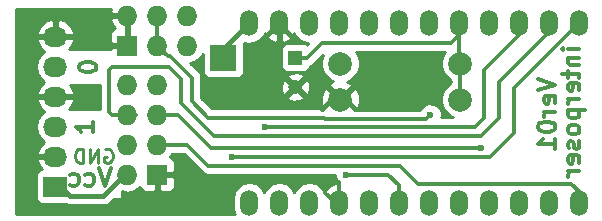
<source format=gbl>
G04 #@! TF.FileFunction,Copper,L2,Bot,Signal*
%FSLAX46Y46*%
G04 Gerber Fmt 4.6, Leading zero omitted, Abs format (unit mm)*
G04 Created by KiCad (PCBNEW 4.0.2-4+6225~38~ubuntu14.04.1-stable) date lør 20 feb 2016 18:40:53 CET*
%MOMM*%
G01*
G04 APERTURE LIST*
%ADD10C,0.100000*%
%ADD11C,0.300000*%
%ADD12C,0.250000*%
%ADD13O,1.501140X2.199640*%
%ADD14O,1.727200X1.727200*%
%ADD15R,1.727200X1.727200*%
%ADD16R,2.032000X1.727200*%
%ADD17O,2.032000X1.727200*%
%ADD18R,1.200000X1.200000*%
%ADD19C,1.200000*%
%ADD20C,1.998980*%
%ADD21R,2.235200X2.235200*%
%ADD22C,0.600000*%
%ADD23C,0.400000*%
%ADD24C,0.254000*%
G04 APERTURE END LIST*
D10*
D11*
X219904571Y-122440287D02*
X221404571Y-122940287D01*
X219904571Y-123440287D01*
X221333143Y-124511715D02*
X221404571Y-124368858D01*
X221404571Y-124083144D01*
X221333143Y-123940287D01*
X221190286Y-123868858D01*
X220618857Y-123868858D01*
X220476000Y-123940287D01*
X220404571Y-124083144D01*
X220404571Y-124368858D01*
X220476000Y-124511715D01*
X220618857Y-124583144D01*
X220761714Y-124583144D01*
X220904571Y-123868858D01*
X221404571Y-125226001D02*
X220404571Y-125226001D01*
X220690286Y-125226001D02*
X220547429Y-125297429D01*
X220476000Y-125368858D01*
X220404571Y-125511715D01*
X220404571Y-125654572D01*
X219904571Y-126440286D02*
X219904571Y-126583143D01*
X219976000Y-126726000D01*
X220047429Y-126797429D01*
X220190286Y-126868858D01*
X220476000Y-126940286D01*
X220833143Y-126940286D01*
X221118857Y-126868858D01*
X221261714Y-126797429D01*
X221333143Y-126726000D01*
X221404571Y-126583143D01*
X221404571Y-126440286D01*
X221333143Y-126297429D01*
X221261714Y-126226000D01*
X221118857Y-126154572D01*
X220833143Y-126083143D01*
X220476000Y-126083143D01*
X220190286Y-126154572D01*
X220047429Y-126226000D01*
X219976000Y-126297429D01*
X219904571Y-126440286D01*
X221404571Y-128368857D02*
X221404571Y-127511714D01*
X221404571Y-127940286D02*
X219904571Y-127940286D01*
X220118857Y-127797429D01*
X220261714Y-127654571D01*
X220333143Y-127511714D01*
X223436571Y-119936286D02*
X222436571Y-119936286D01*
X221936571Y-119936286D02*
X222008000Y-119864857D01*
X222079429Y-119936286D01*
X222008000Y-120007714D01*
X221936571Y-119936286D01*
X222079429Y-119936286D01*
X222436571Y-120650572D02*
X223436571Y-120650572D01*
X222579429Y-120650572D02*
X222508000Y-120722000D01*
X222436571Y-120864858D01*
X222436571Y-121079143D01*
X222508000Y-121222000D01*
X222650857Y-121293429D01*
X223436571Y-121293429D01*
X222436571Y-121793429D02*
X222436571Y-122364858D01*
X221936571Y-122007715D02*
X223222286Y-122007715D01*
X223365143Y-122079143D01*
X223436571Y-122222001D01*
X223436571Y-122364858D01*
X223365143Y-123436286D02*
X223436571Y-123293429D01*
X223436571Y-123007715D01*
X223365143Y-122864858D01*
X223222286Y-122793429D01*
X222650857Y-122793429D01*
X222508000Y-122864858D01*
X222436571Y-123007715D01*
X222436571Y-123293429D01*
X222508000Y-123436286D01*
X222650857Y-123507715D01*
X222793714Y-123507715D01*
X222936571Y-122793429D01*
X223436571Y-124150572D02*
X222436571Y-124150572D01*
X222722286Y-124150572D02*
X222579429Y-124222000D01*
X222508000Y-124293429D01*
X222436571Y-124436286D01*
X222436571Y-124579143D01*
X222436571Y-125079143D02*
X223936571Y-125079143D01*
X222508000Y-125079143D02*
X222436571Y-125222000D01*
X222436571Y-125507714D01*
X222508000Y-125650571D01*
X222579429Y-125722000D01*
X222722286Y-125793429D01*
X223150857Y-125793429D01*
X223293714Y-125722000D01*
X223365143Y-125650571D01*
X223436571Y-125507714D01*
X223436571Y-125222000D01*
X223365143Y-125079143D01*
X223436571Y-126650572D02*
X223365143Y-126507714D01*
X223293714Y-126436286D01*
X223150857Y-126364857D01*
X222722286Y-126364857D01*
X222579429Y-126436286D01*
X222508000Y-126507714D01*
X222436571Y-126650572D01*
X222436571Y-126864857D01*
X222508000Y-127007714D01*
X222579429Y-127079143D01*
X222722286Y-127150572D01*
X223150857Y-127150572D01*
X223293714Y-127079143D01*
X223365143Y-127007714D01*
X223436571Y-126864857D01*
X223436571Y-126650572D01*
X223365143Y-127722000D02*
X223436571Y-127864857D01*
X223436571Y-128150572D01*
X223365143Y-128293429D01*
X223222286Y-128364857D01*
X223150857Y-128364857D01*
X223008000Y-128293429D01*
X222936571Y-128150572D01*
X222936571Y-127936286D01*
X222865143Y-127793429D01*
X222722286Y-127722000D01*
X222650857Y-127722000D01*
X222508000Y-127793429D01*
X222436571Y-127936286D01*
X222436571Y-128150572D01*
X222508000Y-128293429D01*
X223365143Y-129579143D02*
X223436571Y-129436286D01*
X223436571Y-129150572D01*
X223365143Y-129007715D01*
X223222286Y-128936286D01*
X222650857Y-128936286D01*
X222508000Y-129007715D01*
X222436571Y-129150572D01*
X222436571Y-129436286D01*
X222508000Y-129579143D01*
X222650857Y-129650572D01*
X222793714Y-129650572D01*
X222936571Y-128936286D01*
X223436571Y-130293429D02*
X222436571Y-130293429D01*
X222722286Y-130293429D02*
X222579429Y-130364857D01*
X222508000Y-130436286D01*
X222436571Y-130579143D01*
X222436571Y-130722000D01*
X182288571Y-126111143D02*
X182288571Y-126968286D01*
X182288571Y-126539714D02*
X180788571Y-126539714D01*
X181002857Y-126682571D01*
X181145714Y-126825429D01*
X181217143Y-126968286D01*
X181042571Y-121531143D02*
X181042571Y-121388286D01*
X181114000Y-121245429D01*
X181185429Y-121174000D01*
X181328286Y-121102571D01*
X181614000Y-121031143D01*
X181971143Y-121031143D01*
X182256857Y-121102571D01*
X182399714Y-121174000D01*
X182471143Y-121245429D01*
X182542571Y-121388286D01*
X182542571Y-121531143D01*
X182471143Y-121674000D01*
X182399714Y-121745429D01*
X182256857Y-121816857D01*
X181971143Y-121888286D01*
X181614000Y-121888286D01*
X181328286Y-121816857D01*
X181185429Y-121745429D01*
X181114000Y-121674000D01*
X181042571Y-121531143D01*
D12*
X183235714Y-128432000D02*
X183350000Y-128374857D01*
X183521429Y-128374857D01*
X183692857Y-128432000D01*
X183807143Y-128546286D01*
X183864286Y-128660571D01*
X183921429Y-128889143D01*
X183921429Y-129060571D01*
X183864286Y-129289143D01*
X183807143Y-129403429D01*
X183692857Y-129517714D01*
X183521429Y-129574857D01*
X183407143Y-129574857D01*
X183235714Y-129517714D01*
X183178571Y-129460571D01*
X183178571Y-129060571D01*
X183407143Y-129060571D01*
X182664286Y-129574857D02*
X182664286Y-128374857D01*
X181978571Y-129574857D01*
X181978571Y-128374857D01*
X181407143Y-129574857D02*
X181407143Y-128374857D01*
X181121428Y-128374857D01*
X180950000Y-128432000D01*
X180835714Y-128546286D01*
X180778571Y-128660571D01*
X180721428Y-128889143D01*
X180721428Y-129060571D01*
X180778571Y-129289143D01*
X180835714Y-129403429D01*
X180950000Y-129517714D01*
X181121428Y-129574857D01*
X181407143Y-129574857D01*
D11*
X183753143Y-129988571D02*
X183253143Y-131488571D01*
X182753143Y-129988571D01*
X181610286Y-131417143D02*
X181753143Y-131488571D01*
X182038857Y-131488571D01*
X182181715Y-131417143D01*
X182253143Y-131345714D01*
X182324572Y-131202857D01*
X182324572Y-130774286D01*
X182253143Y-130631429D01*
X182181715Y-130560000D01*
X182038857Y-130488571D01*
X181753143Y-130488571D01*
X181610286Y-130560000D01*
X180324572Y-131417143D02*
X180467429Y-131488571D01*
X180753143Y-131488571D01*
X180896001Y-131417143D01*
X180967429Y-131345714D01*
X181038858Y-131202857D01*
X181038858Y-130774286D01*
X180967429Y-130631429D01*
X180896001Y-130560000D01*
X180753143Y-130488571D01*
X180467429Y-130488571D01*
X180324572Y-130560000D01*
D13*
X195491100Y-132943600D03*
X198031100Y-132943600D03*
X200571100Y-132943600D03*
X203111100Y-132943600D03*
X205651100Y-132943600D03*
X208191100Y-132943600D03*
X210731100Y-132943600D03*
X213271100Y-132943600D03*
X215811100Y-132943600D03*
X218351100Y-132943600D03*
X220891100Y-132943600D03*
X223431100Y-132943600D03*
X223431100Y-117703600D03*
X220891100Y-117703600D03*
X218351100Y-117703600D03*
X215811100Y-117703600D03*
X213271100Y-117703600D03*
X210731100Y-117703600D03*
X208191100Y-117703600D03*
X205651100Y-117703600D03*
X203111100Y-117703600D03*
X200571100Y-117703600D03*
X198031100Y-117703600D03*
X195491100Y-117703600D03*
D14*
X187706000Y-122936000D03*
X185166000Y-122936000D03*
X187706000Y-125476000D03*
X185166000Y-125476000D03*
X187706000Y-128016000D03*
X185166000Y-128016000D03*
D15*
X187706000Y-130556000D03*
D14*
X185166000Y-130556000D03*
D16*
X179070000Y-131572000D03*
D17*
X179070000Y-129032000D03*
X179070000Y-126492000D03*
X179070000Y-123952000D03*
X179070000Y-121412000D03*
X179070000Y-118872000D03*
D18*
X199390000Y-120650000D03*
D19*
X199390000Y-123150000D03*
D20*
X213360000Y-124206000D03*
X203200000Y-124206000D03*
X203200000Y-121158000D03*
X213360000Y-121158000D03*
D15*
X185166000Y-119634000D03*
D14*
X185166000Y-117094000D03*
X187706000Y-119634000D03*
X187706000Y-117094000D03*
X190246000Y-119634000D03*
X190246000Y-117094000D03*
D21*
X193294000Y-120650000D03*
D22*
X203708000Y-130556000D03*
X194056000Y-129032000D03*
X196850000Y-126492000D03*
X215138000Y-128270000D03*
X210820000Y-125476000D03*
D23*
X193294000Y-120650000D02*
X193294000Y-119900700D01*
X193294000Y-119900700D02*
X195491100Y-117703600D01*
D11*
X195491100Y-117703600D02*
X195491100Y-118452900D01*
X195580000Y-117792500D02*
X195491100Y-117703600D01*
D23*
X203200000Y-124206000D02*
X202438000Y-124206000D01*
X202438000Y-124206000D02*
X201676000Y-124968000D01*
X203200000Y-124206000D02*
X203708000Y-124206000D01*
X203708000Y-124206000D02*
X204470000Y-124968000D01*
X198031100Y-117703600D02*
X198031100Y-117767100D01*
X198031100Y-117767100D02*
X199136000Y-118872000D01*
X198031100Y-117703600D02*
X198018400Y-117703600D01*
X198018400Y-117703600D02*
X196850000Y-118872000D01*
D11*
X203111100Y-132943600D02*
X202793600Y-132943600D01*
X202793600Y-132943600D02*
X201930000Y-132080000D01*
X203111100Y-132943600D02*
X203111100Y-131229100D01*
X203111100Y-131229100D02*
X202946000Y-131064000D01*
X203111100Y-132943600D02*
X203047600Y-132943600D01*
X203111100Y-132943600D02*
X203111100Y-131991100D01*
X179070000Y-123952000D02*
X179832000Y-123952000D01*
D23*
X179070000Y-131572000D02*
X179578000Y-131572000D01*
X179578000Y-131572000D02*
X180340000Y-132334000D01*
X183134000Y-132334000D02*
X184912000Y-130556000D01*
X180340000Y-132334000D02*
X183134000Y-132334000D01*
X184912000Y-130556000D02*
X185166000Y-130556000D01*
D11*
X203111100Y-120561100D02*
X203200000Y-120650000D01*
X213271100Y-117703600D02*
X213271100Y-121069100D01*
X213271100Y-121069100D02*
X213360000Y-121158000D01*
X213271100Y-121069100D02*
X213360000Y-121158000D01*
X213360000Y-121158000D02*
X213360000Y-124714000D01*
X213360000Y-117792500D02*
X213271100Y-117703600D01*
X199390000Y-120650000D02*
X200406000Y-120650000D01*
X212598000Y-119380000D02*
X213271100Y-118706900D01*
X201676000Y-119380000D02*
X212598000Y-119380000D01*
X200406000Y-120650000D02*
X201676000Y-119380000D01*
X213271100Y-118706900D02*
X213271100Y-117703600D01*
X213360000Y-117792500D02*
X213271100Y-117703600D01*
X213360000Y-117792500D02*
X213271100Y-117703600D01*
X203708000Y-130556000D02*
X207264000Y-130556000D01*
X207264000Y-130556000D02*
X208191100Y-131483100D01*
X208191100Y-131483100D02*
X208191100Y-132943600D01*
X207772000Y-129794000D02*
X208280000Y-129794000D01*
X209804000Y-131318000D02*
X222758000Y-131318000D01*
X208280000Y-129794000D02*
X209804000Y-131318000D01*
X188468000Y-128016000D02*
X190246000Y-128016000D01*
X190246000Y-128016000D02*
X190754000Y-128524000D01*
X190754000Y-128524000D02*
X192024000Y-129794000D01*
X222758000Y-131318000D02*
X223431100Y-131991100D01*
X192024000Y-129794000D02*
X207772000Y-129794000D01*
X223431100Y-131991100D02*
X223431100Y-132943600D01*
X214376000Y-129032000D02*
X215900000Y-129032000D01*
X217932000Y-123202700D02*
X223431100Y-117703600D01*
X217932000Y-127000000D02*
X217932000Y-123202700D01*
X215900000Y-129032000D02*
X217932000Y-127000000D01*
X214376000Y-129032000D02*
X194056000Y-129032000D01*
X223266000Y-117868700D02*
X223431100Y-117703600D01*
X223266000Y-117868700D02*
X223431100Y-117703600D01*
X220891100Y-117703600D02*
X220891100Y-118452900D01*
X220891100Y-118452900D02*
X216662000Y-122682000D01*
X213360000Y-127254000D02*
X215138000Y-127254000D01*
X216662000Y-125730000D02*
X216662000Y-122682000D01*
X215138000Y-127254000D02*
X216662000Y-125730000D01*
X183642000Y-122428000D02*
X183642000Y-121666000D01*
X188214000Y-121412000D02*
X188722000Y-121412000D01*
X191008000Y-125730000D02*
X192532000Y-127254000D01*
X192532000Y-127254000D02*
X213360000Y-127254000D01*
X188214000Y-121412000D02*
X185674000Y-121412000D01*
X189738000Y-123698000D02*
X189738000Y-124460000D01*
X189738000Y-124460000D02*
X191008000Y-125730000D01*
X183896000Y-121412000D02*
X183642000Y-121666000D01*
X185674000Y-121412000D02*
X183896000Y-121412000D01*
X188722000Y-121412000D02*
X189738000Y-122428000D01*
X189738000Y-122428000D02*
X189738000Y-123698000D01*
X183642000Y-122428000D02*
X183642000Y-124206000D01*
X183642000Y-124460000D02*
X183642000Y-125222000D01*
X183642000Y-124460000D02*
X183642000Y-124206000D01*
X183642000Y-125222000D02*
X183896000Y-125476000D01*
X183896000Y-125476000D02*
X185928000Y-125476000D01*
X215392000Y-122428000D02*
X215392000Y-121666000D01*
X215392000Y-121666000D02*
X217932000Y-119126000D01*
X214376000Y-126492000D02*
X214630000Y-126492000D01*
X217932000Y-119126000D02*
X218351100Y-118706900D01*
X215392000Y-125730000D02*
X215392000Y-122428000D01*
X214630000Y-126492000D02*
X215392000Y-125730000D01*
X218351100Y-118706900D02*
X218351100Y-117703600D01*
X196850000Y-126492000D02*
X214376000Y-126492000D01*
X218440000Y-117792500D02*
X218351100Y-117703600D01*
X188468000Y-125476000D02*
X189484000Y-125476000D01*
X189484000Y-125476000D02*
X189992000Y-125984000D01*
X189992000Y-125984000D02*
X192278000Y-128270000D01*
X192278000Y-128270000D02*
X215138000Y-128270000D01*
X215900000Y-117792500D02*
X215811100Y-117703600D01*
X201676000Y-125730000D02*
X201768002Y-125730000D01*
X210404002Y-125891998D02*
X210820000Y-125476000D01*
X201930000Y-125891998D02*
X210404002Y-125891998D01*
X201768002Y-125730000D02*
X201930000Y-125891998D01*
X187706000Y-117094000D02*
X187706000Y-119634000D01*
X187706000Y-119634000D02*
X188602620Y-120530620D01*
X188602620Y-120530620D02*
X188790580Y-120530620D01*
X188790580Y-120530620D02*
X190642240Y-122382280D01*
X190642240Y-122382280D02*
X190642240Y-124368560D01*
X190642240Y-124368560D02*
X192003680Y-125730000D01*
X192003680Y-125730000D02*
X201676000Y-125730000D01*
X201676000Y-125730000D02*
X201587100Y-125730000D01*
D24*
G36*
X183711032Y-116734973D02*
X183831531Y-116967000D01*
X185039000Y-116967000D01*
X185039000Y-116947000D01*
X185293000Y-116947000D01*
X185293000Y-116967000D01*
X185313000Y-116967000D01*
X185313000Y-117221000D01*
X185293000Y-117221000D01*
X185293000Y-119507000D01*
X185313000Y-119507000D01*
X185313000Y-119761000D01*
X185293000Y-119761000D01*
X185293000Y-119781000D01*
X185039000Y-119781000D01*
X185039000Y-119761000D01*
X183826150Y-119761000D01*
X183667400Y-119919750D01*
X183667400Y-119960429D01*
X180212113Y-119960429D01*
X180420732Y-119774036D01*
X180674709Y-119246791D01*
X180677358Y-119231026D01*
X180556217Y-118999000D01*
X179197000Y-118999000D01*
X179197000Y-119019000D01*
X178943000Y-119019000D01*
X178943000Y-118999000D01*
X177583783Y-118999000D01*
X177462642Y-119231026D01*
X177465291Y-119246791D01*
X177719268Y-119774036D01*
X178135069Y-120145539D01*
X177825585Y-120352330D01*
X177500729Y-120838511D01*
X177386655Y-121412000D01*
X177500729Y-121985489D01*
X177825585Y-122471670D01*
X178135069Y-122678461D01*
X177719268Y-123049964D01*
X177465291Y-123577209D01*
X177462642Y-123592974D01*
X177583783Y-123825000D01*
X178943000Y-123825000D01*
X178943000Y-123805000D01*
X179197000Y-123805000D01*
X179197000Y-123825000D01*
X180556217Y-123825000D01*
X180677358Y-123592974D01*
X180674709Y-123577209D01*
X180420732Y-123049964D01*
X180318921Y-122959000D01*
X182857000Y-122959000D01*
X182857000Y-125040429D01*
X180212113Y-125040429D01*
X180420732Y-124854036D01*
X180674709Y-124326791D01*
X180677358Y-124311026D01*
X180556217Y-124079000D01*
X179197000Y-124079000D01*
X179197000Y-124099000D01*
X178943000Y-124099000D01*
X178943000Y-124079000D01*
X177583783Y-124079000D01*
X177462642Y-124311026D01*
X177465291Y-124326791D01*
X177719268Y-124854036D01*
X178135069Y-125225539D01*
X177825585Y-125432330D01*
X177500729Y-125918511D01*
X177386655Y-126492000D01*
X177500729Y-127065489D01*
X177825585Y-127551670D01*
X178135069Y-127758461D01*
X177719268Y-128129964D01*
X177465291Y-128657209D01*
X177462642Y-128672974D01*
X177583783Y-128905000D01*
X178943000Y-128905000D01*
X178943000Y-128885000D01*
X179197000Y-128885000D01*
X179197000Y-128905000D01*
X179217000Y-128905000D01*
X179217000Y-129159000D01*
X179197000Y-129159000D01*
X179197000Y-129179000D01*
X178943000Y-129179000D01*
X178943000Y-129159000D01*
X177583783Y-129159000D01*
X177462642Y-129391026D01*
X177465291Y-129406791D01*
X177719268Y-129934036D01*
X177894845Y-130090907D01*
X177818683Y-130105238D01*
X177602559Y-130244310D01*
X177457569Y-130456510D01*
X177406560Y-130708400D01*
X177406560Y-132435600D01*
X177450838Y-132670917D01*
X177589910Y-132887041D01*
X177802110Y-133032031D01*
X178054000Y-133083040D01*
X179986936Y-133083040D01*
X180020460Y-133105440D01*
X180340000Y-133169000D01*
X183134000Y-133169000D01*
X183453541Y-133105439D01*
X183724434Y-132924434D01*
X184003868Y-132645000D01*
X184681000Y-132645000D01*
X184681000Y-131987487D01*
X185166000Y-132083959D01*
X185739489Y-131969885D01*
X186225670Y-131645029D01*
X186239737Y-131623977D01*
X186304073Y-131779298D01*
X186482701Y-131957927D01*
X186716090Y-132054600D01*
X187420250Y-132054600D01*
X187579000Y-131895850D01*
X187579000Y-130683000D01*
X187833000Y-130683000D01*
X187833000Y-131895850D01*
X187991750Y-132054600D01*
X188695910Y-132054600D01*
X188929299Y-131957927D01*
X189107927Y-131779298D01*
X189204600Y-131545909D01*
X189204600Y-130841750D01*
X189045850Y-130683000D01*
X187833000Y-130683000D01*
X187579000Y-130683000D01*
X187559000Y-130683000D01*
X187559000Y-130429000D01*
X187579000Y-130429000D01*
X187579000Y-130409000D01*
X187833000Y-130409000D01*
X187833000Y-130429000D01*
X189045850Y-130429000D01*
X189204600Y-130270250D01*
X189204600Y-129566091D01*
X189107927Y-129332702D01*
X188929299Y-129154073D01*
X188775474Y-129090356D01*
X188968816Y-128801000D01*
X189920842Y-128801000D01*
X190198919Y-129079076D01*
X190198921Y-129079079D01*
X191468921Y-130349079D01*
X191723593Y-130519245D01*
X192024000Y-130579000D01*
X202772979Y-130579000D01*
X202772838Y-130741167D01*
X202914883Y-131084943D01*
X203038504Y-131208780D01*
X202984098Y-131208780D01*
X202984098Y-131374120D01*
X202769825Y-131251467D01*
X202698197Y-131265650D01*
X202221156Y-131524802D01*
X201879601Y-131946783D01*
X201852701Y-132037672D01*
X201851200Y-132030128D01*
X201550846Y-131580617D01*
X201101335Y-131280263D01*
X200571100Y-131174793D01*
X200040865Y-131280263D01*
X199591354Y-131580617D01*
X199301100Y-132015012D01*
X199010846Y-131580617D01*
X198561335Y-131280263D01*
X198031100Y-131174793D01*
X197500865Y-131280263D01*
X197051354Y-131580617D01*
X196761100Y-132015012D01*
X196470846Y-131580617D01*
X196021335Y-131280263D01*
X195491100Y-131174793D01*
X194960865Y-131280263D01*
X194511354Y-131580617D01*
X194211000Y-132030128D01*
X194105530Y-132560363D01*
X194105530Y-133326837D01*
X194211000Y-133857072D01*
X194246365Y-133910000D01*
X175716000Y-133910000D01*
X175716000Y-118512974D01*
X177462642Y-118512974D01*
X177583783Y-118745000D01*
X178943000Y-118745000D01*
X178943000Y-117531076D01*
X179197000Y-117531076D01*
X179197000Y-118745000D01*
X180556217Y-118745000D01*
X180608901Y-118644091D01*
X183667400Y-118644091D01*
X183667400Y-119348250D01*
X183826150Y-119507000D01*
X185039000Y-119507000D01*
X185039000Y-117221000D01*
X183831531Y-117221000D01*
X183711032Y-117453027D01*
X183959179Y-117982490D01*
X184142119Y-118149471D01*
X183942701Y-118232073D01*
X183764073Y-118410702D01*
X183667400Y-118644091D01*
X180608901Y-118644091D01*
X180677358Y-118512974D01*
X180674709Y-118497209D01*
X180420732Y-117969964D01*
X179984320Y-117580046D01*
X179431913Y-117386816D01*
X179197000Y-117531076D01*
X178943000Y-117531076D01*
X178708087Y-117386816D01*
X178155680Y-117580046D01*
X177719268Y-117969964D01*
X177465291Y-118497209D01*
X177462642Y-118512974D01*
X175716000Y-118512974D01*
X175716000Y-116534000D01*
X183805223Y-116534000D01*
X183711032Y-116734973D01*
X183711032Y-116734973D01*
G37*
X183711032Y-116734973D02*
X183831531Y-116967000D01*
X185039000Y-116967000D01*
X185039000Y-116947000D01*
X185293000Y-116947000D01*
X185293000Y-116967000D01*
X185313000Y-116967000D01*
X185313000Y-117221000D01*
X185293000Y-117221000D01*
X185293000Y-119507000D01*
X185313000Y-119507000D01*
X185313000Y-119761000D01*
X185293000Y-119761000D01*
X185293000Y-119781000D01*
X185039000Y-119781000D01*
X185039000Y-119761000D01*
X183826150Y-119761000D01*
X183667400Y-119919750D01*
X183667400Y-119960429D01*
X180212113Y-119960429D01*
X180420732Y-119774036D01*
X180674709Y-119246791D01*
X180677358Y-119231026D01*
X180556217Y-118999000D01*
X179197000Y-118999000D01*
X179197000Y-119019000D01*
X178943000Y-119019000D01*
X178943000Y-118999000D01*
X177583783Y-118999000D01*
X177462642Y-119231026D01*
X177465291Y-119246791D01*
X177719268Y-119774036D01*
X178135069Y-120145539D01*
X177825585Y-120352330D01*
X177500729Y-120838511D01*
X177386655Y-121412000D01*
X177500729Y-121985489D01*
X177825585Y-122471670D01*
X178135069Y-122678461D01*
X177719268Y-123049964D01*
X177465291Y-123577209D01*
X177462642Y-123592974D01*
X177583783Y-123825000D01*
X178943000Y-123825000D01*
X178943000Y-123805000D01*
X179197000Y-123805000D01*
X179197000Y-123825000D01*
X180556217Y-123825000D01*
X180677358Y-123592974D01*
X180674709Y-123577209D01*
X180420732Y-123049964D01*
X180318921Y-122959000D01*
X182857000Y-122959000D01*
X182857000Y-125040429D01*
X180212113Y-125040429D01*
X180420732Y-124854036D01*
X180674709Y-124326791D01*
X180677358Y-124311026D01*
X180556217Y-124079000D01*
X179197000Y-124079000D01*
X179197000Y-124099000D01*
X178943000Y-124099000D01*
X178943000Y-124079000D01*
X177583783Y-124079000D01*
X177462642Y-124311026D01*
X177465291Y-124326791D01*
X177719268Y-124854036D01*
X178135069Y-125225539D01*
X177825585Y-125432330D01*
X177500729Y-125918511D01*
X177386655Y-126492000D01*
X177500729Y-127065489D01*
X177825585Y-127551670D01*
X178135069Y-127758461D01*
X177719268Y-128129964D01*
X177465291Y-128657209D01*
X177462642Y-128672974D01*
X177583783Y-128905000D01*
X178943000Y-128905000D01*
X178943000Y-128885000D01*
X179197000Y-128885000D01*
X179197000Y-128905000D01*
X179217000Y-128905000D01*
X179217000Y-129159000D01*
X179197000Y-129159000D01*
X179197000Y-129179000D01*
X178943000Y-129179000D01*
X178943000Y-129159000D01*
X177583783Y-129159000D01*
X177462642Y-129391026D01*
X177465291Y-129406791D01*
X177719268Y-129934036D01*
X177894845Y-130090907D01*
X177818683Y-130105238D01*
X177602559Y-130244310D01*
X177457569Y-130456510D01*
X177406560Y-130708400D01*
X177406560Y-132435600D01*
X177450838Y-132670917D01*
X177589910Y-132887041D01*
X177802110Y-133032031D01*
X178054000Y-133083040D01*
X179986936Y-133083040D01*
X180020460Y-133105440D01*
X180340000Y-133169000D01*
X183134000Y-133169000D01*
X183453541Y-133105439D01*
X183724434Y-132924434D01*
X184003868Y-132645000D01*
X184681000Y-132645000D01*
X184681000Y-131987487D01*
X185166000Y-132083959D01*
X185739489Y-131969885D01*
X186225670Y-131645029D01*
X186239737Y-131623977D01*
X186304073Y-131779298D01*
X186482701Y-131957927D01*
X186716090Y-132054600D01*
X187420250Y-132054600D01*
X187579000Y-131895850D01*
X187579000Y-130683000D01*
X187833000Y-130683000D01*
X187833000Y-131895850D01*
X187991750Y-132054600D01*
X188695910Y-132054600D01*
X188929299Y-131957927D01*
X189107927Y-131779298D01*
X189204600Y-131545909D01*
X189204600Y-130841750D01*
X189045850Y-130683000D01*
X187833000Y-130683000D01*
X187579000Y-130683000D01*
X187559000Y-130683000D01*
X187559000Y-130429000D01*
X187579000Y-130429000D01*
X187579000Y-130409000D01*
X187833000Y-130409000D01*
X187833000Y-130429000D01*
X189045850Y-130429000D01*
X189204600Y-130270250D01*
X189204600Y-129566091D01*
X189107927Y-129332702D01*
X188929299Y-129154073D01*
X188775474Y-129090356D01*
X188968816Y-128801000D01*
X189920842Y-128801000D01*
X190198919Y-129079076D01*
X190198921Y-129079079D01*
X191468921Y-130349079D01*
X191723593Y-130519245D01*
X192024000Y-130579000D01*
X202772979Y-130579000D01*
X202772838Y-130741167D01*
X202914883Y-131084943D01*
X203038504Y-131208780D01*
X202984098Y-131208780D01*
X202984098Y-131374120D01*
X202769825Y-131251467D01*
X202698197Y-131265650D01*
X202221156Y-131524802D01*
X201879601Y-131946783D01*
X201852701Y-132037672D01*
X201851200Y-132030128D01*
X201550846Y-131580617D01*
X201101335Y-131280263D01*
X200571100Y-131174793D01*
X200040865Y-131280263D01*
X199591354Y-131580617D01*
X199301100Y-132015012D01*
X199010846Y-131580617D01*
X198561335Y-131280263D01*
X198031100Y-131174793D01*
X197500865Y-131280263D01*
X197051354Y-131580617D01*
X196761100Y-132015012D01*
X196470846Y-131580617D01*
X196021335Y-131280263D01*
X195491100Y-131174793D01*
X194960865Y-131280263D01*
X194511354Y-131580617D01*
X194211000Y-132030128D01*
X194105530Y-132560363D01*
X194105530Y-133326837D01*
X194211000Y-133857072D01*
X194246365Y-133910000D01*
X175716000Y-133910000D01*
X175716000Y-118512974D01*
X177462642Y-118512974D01*
X177583783Y-118745000D01*
X178943000Y-118745000D01*
X178943000Y-117531076D01*
X179197000Y-117531076D01*
X179197000Y-118745000D01*
X180556217Y-118745000D01*
X180608901Y-118644091D01*
X183667400Y-118644091D01*
X183667400Y-119348250D01*
X183826150Y-119507000D01*
X185039000Y-119507000D01*
X185039000Y-117221000D01*
X183831531Y-117221000D01*
X183711032Y-117453027D01*
X183959179Y-117982490D01*
X184142119Y-118149471D01*
X183942701Y-118232073D01*
X183764073Y-118410702D01*
X183667400Y-118644091D01*
X180608901Y-118644091D01*
X180677358Y-118512974D01*
X180674709Y-118497209D01*
X180420732Y-117969964D01*
X179984320Y-117580046D01*
X179431913Y-117386816D01*
X179197000Y-117531076D01*
X178943000Y-117531076D01*
X178708087Y-117386816D01*
X178155680Y-117580046D01*
X177719268Y-117969964D01*
X177465291Y-118497209D01*
X177462642Y-118512974D01*
X175716000Y-118512974D01*
X175716000Y-116534000D01*
X183805223Y-116534000D01*
X183711032Y-116734973D01*
G36*
X203238100Y-132816600D02*
X203258100Y-132816600D01*
X203258100Y-133070600D01*
X203238100Y-133070600D01*
X203238100Y-133090600D01*
X202984100Y-133090600D01*
X202984100Y-133070600D01*
X202964100Y-133070600D01*
X202964100Y-132816600D01*
X202984100Y-132816600D01*
X202984100Y-132796600D01*
X203238100Y-132796600D01*
X203238100Y-132816600D01*
X203238100Y-132816600D01*
G37*
X203238100Y-132816600D02*
X203258100Y-132816600D01*
X203258100Y-133070600D01*
X203238100Y-133070600D01*
X203238100Y-133090600D01*
X202984100Y-133090600D01*
X202984100Y-133070600D01*
X202964100Y-133070600D01*
X202964100Y-132816600D01*
X202984100Y-132816600D01*
X202984100Y-132796600D01*
X203238100Y-132796600D01*
X203238100Y-132816600D01*
G36*
X198158100Y-117576600D02*
X198178100Y-117576600D01*
X198178100Y-117830600D01*
X198158100Y-117830600D01*
X198158100Y-119273079D01*
X198372375Y-119395733D01*
X198444003Y-119381550D01*
X198921044Y-119122398D01*
X199262599Y-118700417D01*
X199289499Y-118609528D01*
X199291000Y-118617072D01*
X199591354Y-119066583D01*
X200040865Y-119366937D01*
X200489639Y-119456203D01*
X200390638Y-119555204D01*
X200241890Y-119453569D01*
X199990000Y-119402560D01*
X198790000Y-119402560D01*
X198554683Y-119446838D01*
X198338559Y-119585910D01*
X198193569Y-119798110D01*
X198142560Y-120050000D01*
X198142560Y-121250000D01*
X198186838Y-121485317D01*
X198325910Y-121701441D01*
X198538110Y-121846431D01*
X198790000Y-121897440D01*
X199990000Y-121897440D01*
X200225317Y-121853162D01*
X200441441Y-121714090D01*
X200586431Y-121501890D01*
X200608118Y-121394796D01*
X200706407Y-121375245D01*
X200961079Y-121205079D01*
X201729888Y-120436270D01*
X201565794Y-120831453D01*
X201565226Y-121481694D01*
X201813538Y-122082655D01*
X202272927Y-122542846D01*
X202593851Y-122676105D01*
X202326042Y-122787035D01*
X202227443Y-123053837D01*
X203200000Y-124026395D01*
X204172557Y-123053837D01*
X204073958Y-122787035D01*
X203791517Y-122682112D01*
X204124655Y-122544462D01*
X204584846Y-122085073D01*
X204834206Y-121484547D01*
X204834774Y-120834306D01*
X204586462Y-120233345D01*
X204518236Y-120165000D01*
X212041196Y-120165000D01*
X211975154Y-120230927D01*
X211725794Y-120831453D01*
X211725226Y-121481694D01*
X211973538Y-122082655D01*
X212432927Y-122542846D01*
X212575000Y-122601840D01*
X212575000Y-122761834D01*
X212435345Y-122819538D01*
X211975154Y-123278927D01*
X211725794Y-123879453D01*
X211725226Y-124529694D01*
X211973538Y-125130655D01*
X212432927Y-125590846D01*
X212712657Y-125707000D01*
X211736484Y-125707000D01*
X211754838Y-125662799D01*
X211755162Y-125290833D01*
X211613117Y-124947057D01*
X211350327Y-124683808D01*
X211006799Y-124541162D01*
X210634833Y-124540838D01*
X210291057Y-124682883D01*
X210027808Y-124945673D01*
X209960820Y-125106998D01*
X204545797Y-125106998D01*
X204618965Y-125079958D01*
X204845401Y-124470418D01*
X204821341Y-123820623D01*
X204618965Y-123332042D01*
X204352163Y-123233443D01*
X203379605Y-124206000D01*
X203393748Y-124220142D01*
X203214142Y-124399748D01*
X203200000Y-124385605D01*
X203185858Y-124399748D01*
X203006252Y-124220142D01*
X203020395Y-124206000D01*
X202047837Y-123233443D01*
X201781035Y-123332042D01*
X201554599Y-123941582D01*
X201578659Y-124591377D01*
X201725134Y-124945000D01*
X192328838Y-124945000D01*
X191427240Y-124043402D01*
X191427240Y-124012735D01*
X198706870Y-124012735D01*
X198756383Y-124238164D01*
X199221036Y-124397807D01*
X199711413Y-124367482D01*
X200023617Y-124238164D01*
X200073130Y-124012735D01*
X199390000Y-123329605D01*
X198706870Y-124012735D01*
X191427240Y-124012735D01*
X191427240Y-122981036D01*
X198142193Y-122981036D01*
X198172518Y-123471413D01*
X198301836Y-123783617D01*
X198527265Y-123833130D01*
X199210395Y-123150000D01*
X199569605Y-123150000D01*
X200252735Y-123833130D01*
X200478164Y-123783617D01*
X200637807Y-123318964D01*
X200607482Y-122828587D01*
X200478164Y-122516383D01*
X200252735Y-122466870D01*
X199569605Y-123150000D01*
X199210395Y-123150000D01*
X198527265Y-122466870D01*
X198301836Y-122516383D01*
X198142193Y-122981036D01*
X191427240Y-122981036D01*
X191427240Y-122382280D01*
X191367485Y-122081874D01*
X191197319Y-121827201D01*
X190484614Y-121114496D01*
X190819489Y-121047885D01*
X191305670Y-120723029D01*
X191528960Y-120388852D01*
X191528960Y-121767600D01*
X191573238Y-122002917D01*
X191712310Y-122219041D01*
X191924510Y-122364031D01*
X192176400Y-122415040D01*
X194411600Y-122415040D01*
X194646917Y-122370762D01*
X194776675Y-122287265D01*
X198706870Y-122287265D01*
X199390000Y-122970395D01*
X200073130Y-122287265D01*
X200023617Y-122061836D01*
X199558964Y-121902193D01*
X199068587Y-121932518D01*
X198756383Y-122061836D01*
X198706870Y-122287265D01*
X194776675Y-122287265D01*
X194863041Y-122231690D01*
X195008031Y-122019490D01*
X195059040Y-121767600D01*
X195059040Y-119532400D01*
X195030513Y-119380791D01*
X195491100Y-119472407D01*
X196021335Y-119366937D01*
X196470846Y-119066583D01*
X196771200Y-118617072D01*
X196772701Y-118609528D01*
X196799601Y-118700417D01*
X197141156Y-119122398D01*
X197618197Y-119381550D01*
X197689825Y-119395733D01*
X197904100Y-119273079D01*
X197904100Y-117830600D01*
X197884100Y-117830600D01*
X197884100Y-117576600D01*
X197904100Y-117576600D01*
X197904100Y-117556600D01*
X198158100Y-117556600D01*
X198158100Y-117576600D01*
X198158100Y-117576600D01*
G37*
X198158100Y-117576600D02*
X198178100Y-117576600D01*
X198178100Y-117830600D01*
X198158100Y-117830600D01*
X198158100Y-119273079D01*
X198372375Y-119395733D01*
X198444003Y-119381550D01*
X198921044Y-119122398D01*
X199262599Y-118700417D01*
X199289499Y-118609528D01*
X199291000Y-118617072D01*
X199591354Y-119066583D01*
X200040865Y-119366937D01*
X200489639Y-119456203D01*
X200390638Y-119555204D01*
X200241890Y-119453569D01*
X199990000Y-119402560D01*
X198790000Y-119402560D01*
X198554683Y-119446838D01*
X198338559Y-119585910D01*
X198193569Y-119798110D01*
X198142560Y-120050000D01*
X198142560Y-121250000D01*
X198186838Y-121485317D01*
X198325910Y-121701441D01*
X198538110Y-121846431D01*
X198790000Y-121897440D01*
X199990000Y-121897440D01*
X200225317Y-121853162D01*
X200441441Y-121714090D01*
X200586431Y-121501890D01*
X200608118Y-121394796D01*
X200706407Y-121375245D01*
X200961079Y-121205079D01*
X201729888Y-120436270D01*
X201565794Y-120831453D01*
X201565226Y-121481694D01*
X201813538Y-122082655D01*
X202272927Y-122542846D01*
X202593851Y-122676105D01*
X202326042Y-122787035D01*
X202227443Y-123053837D01*
X203200000Y-124026395D01*
X204172557Y-123053837D01*
X204073958Y-122787035D01*
X203791517Y-122682112D01*
X204124655Y-122544462D01*
X204584846Y-122085073D01*
X204834206Y-121484547D01*
X204834774Y-120834306D01*
X204586462Y-120233345D01*
X204518236Y-120165000D01*
X212041196Y-120165000D01*
X211975154Y-120230927D01*
X211725794Y-120831453D01*
X211725226Y-121481694D01*
X211973538Y-122082655D01*
X212432927Y-122542846D01*
X212575000Y-122601840D01*
X212575000Y-122761834D01*
X212435345Y-122819538D01*
X211975154Y-123278927D01*
X211725794Y-123879453D01*
X211725226Y-124529694D01*
X211973538Y-125130655D01*
X212432927Y-125590846D01*
X212712657Y-125707000D01*
X211736484Y-125707000D01*
X211754838Y-125662799D01*
X211755162Y-125290833D01*
X211613117Y-124947057D01*
X211350327Y-124683808D01*
X211006799Y-124541162D01*
X210634833Y-124540838D01*
X210291057Y-124682883D01*
X210027808Y-124945673D01*
X209960820Y-125106998D01*
X204545797Y-125106998D01*
X204618965Y-125079958D01*
X204845401Y-124470418D01*
X204821341Y-123820623D01*
X204618965Y-123332042D01*
X204352163Y-123233443D01*
X203379605Y-124206000D01*
X203393748Y-124220142D01*
X203214142Y-124399748D01*
X203200000Y-124385605D01*
X203185858Y-124399748D01*
X203006252Y-124220142D01*
X203020395Y-124206000D01*
X202047837Y-123233443D01*
X201781035Y-123332042D01*
X201554599Y-123941582D01*
X201578659Y-124591377D01*
X201725134Y-124945000D01*
X192328838Y-124945000D01*
X191427240Y-124043402D01*
X191427240Y-124012735D01*
X198706870Y-124012735D01*
X198756383Y-124238164D01*
X199221036Y-124397807D01*
X199711413Y-124367482D01*
X200023617Y-124238164D01*
X200073130Y-124012735D01*
X199390000Y-123329605D01*
X198706870Y-124012735D01*
X191427240Y-124012735D01*
X191427240Y-122981036D01*
X198142193Y-122981036D01*
X198172518Y-123471413D01*
X198301836Y-123783617D01*
X198527265Y-123833130D01*
X199210395Y-123150000D01*
X199569605Y-123150000D01*
X200252735Y-123833130D01*
X200478164Y-123783617D01*
X200637807Y-123318964D01*
X200607482Y-122828587D01*
X200478164Y-122516383D01*
X200252735Y-122466870D01*
X199569605Y-123150000D01*
X199210395Y-123150000D01*
X198527265Y-122466870D01*
X198301836Y-122516383D01*
X198142193Y-122981036D01*
X191427240Y-122981036D01*
X191427240Y-122382280D01*
X191367485Y-122081874D01*
X191197319Y-121827201D01*
X190484614Y-121114496D01*
X190819489Y-121047885D01*
X191305670Y-120723029D01*
X191528960Y-120388852D01*
X191528960Y-121767600D01*
X191573238Y-122002917D01*
X191712310Y-122219041D01*
X191924510Y-122364031D01*
X192176400Y-122415040D01*
X194411600Y-122415040D01*
X194646917Y-122370762D01*
X194776675Y-122287265D01*
X198706870Y-122287265D01*
X199390000Y-122970395D01*
X200073130Y-122287265D01*
X200023617Y-122061836D01*
X199558964Y-121902193D01*
X199068587Y-121932518D01*
X198756383Y-122061836D01*
X198706870Y-122287265D01*
X194776675Y-122287265D01*
X194863041Y-122231690D01*
X195008031Y-122019490D01*
X195059040Y-121767600D01*
X195059040Y-119532400D01*
X195030513Y-119380791D01*
X195491100Y-119472407D01*
X196021335Y-119366937D01*
X196470846Y-119066583D01*
X196771200Y-118617072D01*
X196772701Y-118609528D01*
X196799601Y-118700417D01*
X197141156Y-119122398D01*
X197618197Y-119381550D01*
X197689825Y-119395733D01*
X197904100Y-119273079D01*
X197904100Y-117830600D01*
X197884100Y-117830600D01*
X197884100Y-117576600D01*
X197904100Y-117576600D01*
X197904100Y-117556600D01*
X198158100Y-117556600D01*
X198158100Y-117576600D01*
M02*

</source>
